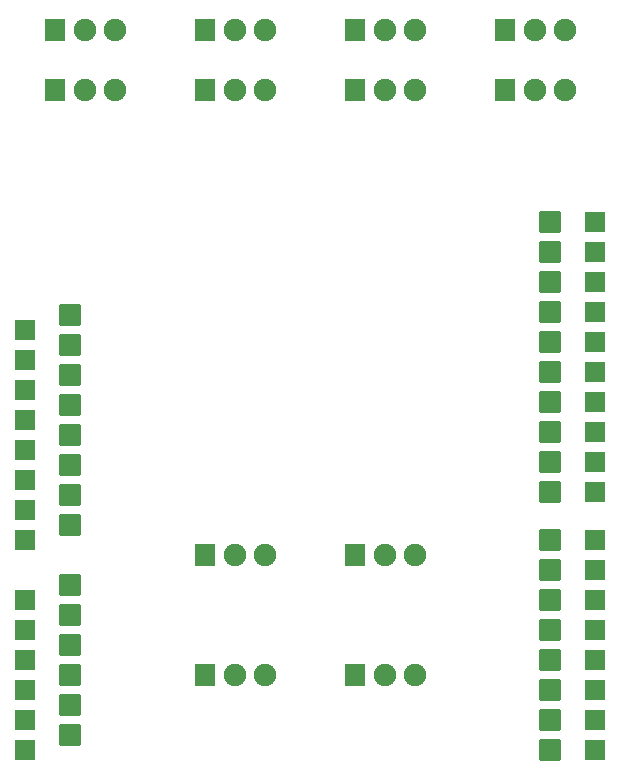
<source format=gbs>
G04 Layer: BottomSolderMaskLayer*
G04 EasyEDA v6.5.38, 2023-11-18 20:37:54*
G04 b8ba80685cd040f094fae154fa66d560,1f58bdd708a443c08c5fadb9c6478ee0,10*
G04 Gerber Generator version 0.2*
G04 Scale: 100 percent, Rotated: No, Reflected: No *
G04 Dimensions in millimeters *
G04 leading zeros omitted , absolute positions ,4 integer and 5 decimal *
%FSLAX45Y45*%
%MOMM*%

%AMMACRO1*1,1,$1,$2,$3*1,1,$1,$4,$5*1,1,$1,0-$2,0-$3*1,1,$1,0-$4,0-$5*20,1,$1,$2,$3,$4,$5,0*20,1,$1,$4,$5,0-$2,0-$3,0*20,1,$1,0-$2,0-$3,0-$4,0-$5,0*20,1,$1,0-$4,0-$5,$2,$3,0*4,1,4,$2,$3,$4,$5,0-$2,0-$3,0-$4,0-$5,$2,$3,0*%
%ADD10C,1.9016*%
%ADD11MACRO1,0.1016X-0.7874X0.9X0.7874X0.9*%
%ADD12R,1.8016X1.8016*%
%ADD13MACRO1,0.1016X0.85X0.85X0.85X-0.85*%

%LPD*%
D10*
G01*
X2286005Y6096005D03*
G01*
X2032005Y6096005D03*
D11*
G01*
X1778000Y6096000D03*
D10*
G01*
X2286005Y6604005D03*
G01*
X2032005Y6604005D03*
D11*
G01*
X1778000Y6604000D03*
D10*
G01*
X3556005Y6096005D03*
G01*
X3302005Y6096005D03*
D11*
G01*
X3048000Y6096000D03*
D10*
G01*
X3556005Y6604005D03*
G01*
X3302005Y6604005D03*
D11*
G01*
X3048000Y6604000D03*
D10*
G01*
X4826005Y6604005D03*
G01*
X4572005Y6604005D03*
D11*
G01*
X4318000Y6604000D03*
D10*
G01*
X4826005Y6096005D03*
G01*
X4572005Y6096005D03*
D11*
G01*
X4318000Y6096000D03*
D10*
G01*
X1016005Y6604005D03*
G01*
X762005Y6604005D03*
D11*
G01*
X508000Y6604000D03*
D10*
G01*
X1016005Y6096005D03*
G01*
X762005Y6096005D03*
D11*
G01*
X508000Y6096000D03*
D10*
G01*
X2286005Y2159005D03*
G01*
X2032005Y2159005D03*
D11*
G01*
X1778000Y2159000D03*
D10*
G01*
X3556005Y2159005D03*
G01*
X3302005Y2159005D03*
D11*
G01*
X3048000Y2159000D03*
D10*
G01*
X3556005Y1143005D03*
G01*
X3302005Y1143005D03*
D11*
G01*
X3048000Y1143000D03*
D10*
G01*
X2286005Y1143005D03*
G01*
X2032005Y1143005D03*
D11*
G01*
X1778000Y1143000D03*
D12*
G01*
X5079974Y4978392D03*
G01*
X5079974Y4724392D03*
G01*
X5079974Y4470392D03*
G01*
X5079974Y4216392D03*
G01*
X5079974Y3962392D03*
G01*
X5079974Y3708392D03*
G01*
X5079974Y3454392D03*
G01*
X5079974Y3200392D03*
G01*
X5079974Y2946392D03*
G01*
X5079974Y2692392D03*
G01*
X5079974Y2285992D03*
G01*
X5079974Y2031992D03*
G01*
X5079974Y1777992D03*
G01*
X5079974Y1523992D03*
G01*
X5079974Y1269992D03*
G01*
X5079974Y1015992D03*
G01*
X5079974Y761992D03*
G01*
X5079974Y507992D03*
G01*
X254000Y507992D03*
G01*
X254000Y761992D03*
G01*
X254000Y1015992D03*
G01*
X254000Y1269992D03*
G01*
X254000Y1523992D03*
G01*
X254000Y1777992D03*
G01*
X254000Y2285992D03*
G01*
X254000Y2539992D03*
G01*
X254000Y2793992D03*
G01*
X254000Y3047992D03*
G01*
X254000Y3301992D03*
G01*
X254000Y3555992D03*
G01*
X254000Y3809992D03*
G01*
X254000Y4063992D03*
D13*
G01*
X635000Y4191000D03*
G01*
X635000Y3937000D03*
G01*
X635000Y3683000D03*
G01*
X635000Y3429000D03*
G01*
X635000Y3175000D03*
G01*
X635000Y2921000D03*
G01*
X635000Y2667000D03*
G01*
X635000Y2413000D03*
G01*
X635000Y1905000D03*
G01*
X635000Y1651000D03*
G01*
X635000Y1397000D03*
G01*
X635000Y1143000D03*
G01*
X635000Y889000D03*
G01*
X635000Y635000D03*
G01*
X4699000Y508000D03*
G01*
X4699000Y762000D03*
G01*
X4699000Y1016000D03*
G01*
X4699000Y1270000D03*
G01*
X4699000Y1524000D03*
G01*
X4699000Y1778000D03*
G01*
X4699000Y2032000D03*
G01*
X4699000Y2286000D03*
G01*
X4699000Y2692400D03*
G01*
X4699000Y2946400D03*
G01*
X4699000Y3200400D03*
G01*
X4699000Y3454400D03*
G01*
X4699000Y3708400D03*
G01*
X4699000Y3962400D03*
G01*
X4699000Y4216400D03*
G01*
X4699000Y4470400D03*
G01*
X4699000Y4724400D03*
G01*
X4699000Y4978400D03*
M02*

</source>
